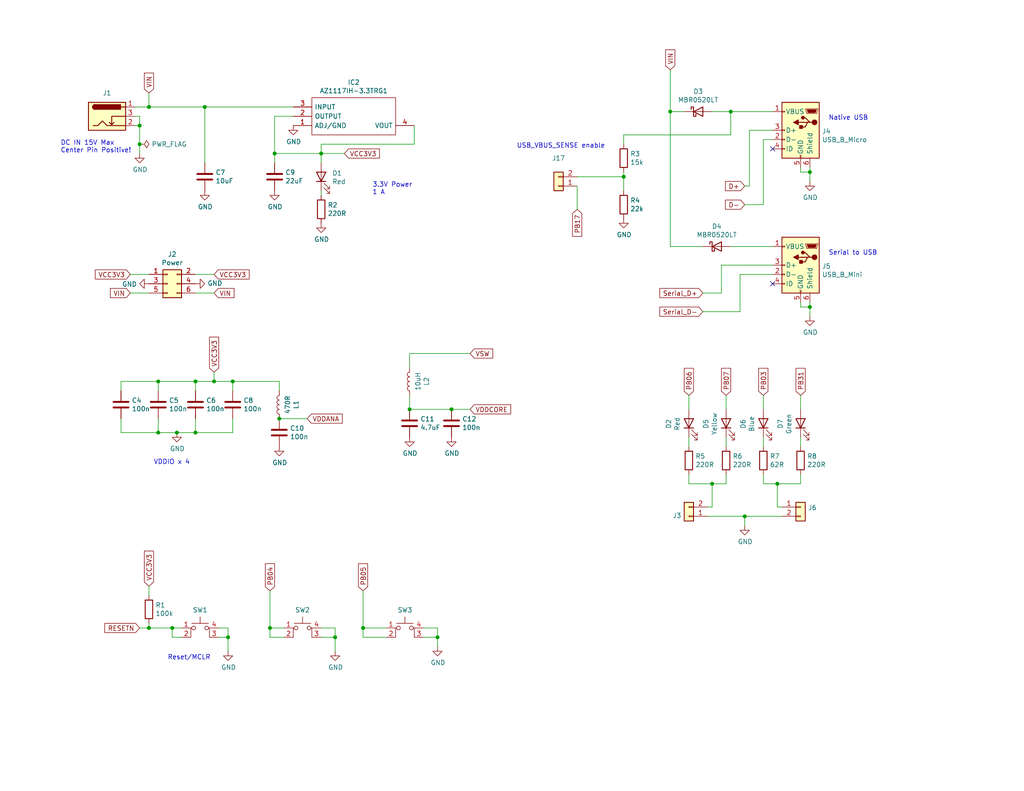
<source format=kicad_sch>
(kicad_sch (version 20211123) (generator eeschema)
  (paper "USLetter")
  (title_block (title "ATSAME51 Demo Board") (date "2021-10-25") (rev "1.0") (company "Quantum Embedded Systems"))
  (lib_symbols
    (symbol "Connector:Barrel_Jack_Switch" (pin_names hide)
      (property "Reference" "J" (at 0 5.334 0))
      (property "Value" "Barrel_Jack_Switch" (at 0 -5.08 0))
      (symbol "Barrel_Jack_Switch_0_1"
        (rectangle (start -5.08 3.81) (end 5.08 -3.81) (stroke (width 0.254)) (fill (type background)))
        (arc (start -3.302 3.175) (mid -3.937 2.54) (end -3.302 1.905) (stroke (width 0.254)))
        (arc (start -3.302 3.175) (mid -3.937 2.54) (end -3.302 1.905) (stroke (width 0.254)) (fill (type outline)))
        (polyline (pts (xy 1.27 -2.286) (xy 1.905 -1.651)) (stroke (width 0.254)))
        (polyline (pts (xy 5.08 2.54) (xy 3.81 2.54)) (stroke (width 0.254)))
        (polyline (pts (xy 5.08 0) (xy 1.27 0) (xy 1.27 -2.286) (xy 0.635 -1.651)) (stroke (width 0.254)))
        (polyline (pts (xy -3.81 -2.54) (xy -2.54 -2.54) (xy -1.27 -1.27) (xy 0 -2.54) (xy 2.54 -2.54) (xy 5.08 -2.54)) (stroke (width 0.254)))
        (rectangle (start 3.683 3.175) (end -3.302 1.905) (stroke (width 0.254)) (fill (type outline)))
      )
      (symbol "Barrel_Jack_Switch_1_1"
        (pin passive line (at 7.62 2.54 180) (length 2.54) (name "~") (number "1"))
        (pin passive line (at 7.62 -2.54 180) (length 2.54) (name "~") (number "2"))
        (pin passive line (at 7.62 0 180) (length 2.54) (name "~") (number "3"))
      )
    )
    (symbol "Connector_Generic:Conn_01x02" (pin_names (offset 1.016) hide)
      (property "Reference" "J" (at 0 2.54 0))
      (property "Value" "Conn_01x02" (at 0 -5.08 0))
      (symbol "Conn_01x02_1_1"
        (rectangle (start -1.27 -2.413) (end 0 -2.667) (stroke (width 0.1524)))
        (rectangle (start -1.27 0.127) (end 0 -0.127) (stroke (width 0.1524)))
        (rectangle (start -1.27 1.27) (end 1.27 -3.81) (stroke (width 0.254)) (fill (type background)))
        (pin passive line (at -5.08 0 0) (length 3.81) (name "Pin_1") (number "1"))
        (pin passive line (at -5.08 -2.54 0) (length 3.81) (name "Pin_2") (number "2"))
      )
    )
    (symbol "Connector_Generic:Conn_02x03_Odd_Even" (pin_names (offset 1.016) hide)
      (property "Reference" "J" (at 1.27 5.08 0))
      (property "Value" "Conn_02x03_Odd_Even" (at 1.27 -5.08 0))
      (symbol "Conn_02x03_Odd_Even_1_1"
        (rectangle (start -1.27 -2.413) (end 0 -2.667) (stroke (width 0.1524)))
        (rectangle (start -1.27 0.127) (end 0 -0.127) (stroke (width 0.1524)))
        (rectangle (start -1.27 2.667) (end 0 2.413) (stroke (width 0.1524)))
        (rectangle (start -1.27 3.81) (end 3.81 -3.81) (stroke (width 0.254)) (fill (type background)))
        (rectangle (start 3.81 -2.413) (end 2.54 -2.667) (stroke (width 0.1524)))
        (rectangle (start 3.81 0.127) (end 2.54 -0.127) (stroke (width 0.1524)))
        (rectangle (start 3.81 2.667) (end 2.54 2.413) (stroke (width 0.1524)))
        (pin passive line (at -5.08 2.54 0) (length 3.81) (name "Pin_1") (number "1"))
        (pin passive line (at 7.62 2.54 180) (length 3.81) (name "Pin_2") (number "2"))
        (pin passive line (at -5.08 0 0) (length 3.81) (name "Pin_3") (number "3"))
        (pin passive line (at 7.62 0 180) (length 3.81) (name "Pin_4") (number "4"))
        (pin passive line (at -5.08 -2.54 0) (length 3.81) (name "Pin_5") (number "5"))
        (pin passive line (at 7.62 -2.54 180) (length 3.81) (name "Pin_6") (number "6"))
      )
    )
    (symbol "Device:C" (pin_numbers hide) (pin_names (offset 0.254))
      (property "Reference" "C" (at 0.635 2.54 0))
      (property "Value" "C" (at 0.635 -2.54 0))
      (symbol "C_0_1"
        (polyline (pts (xy -2.032 -0.762) (xy 2.032 -0.762)) (stroke (width 0.508)))
        (polyline (pts (xy -2.032 0.762) (xy 2.032 0.762)) (stroke (width 0.508)))
      )
      (symbol "C_1_1"
        (pin passive line (at 0 3.81 270) (length 2.794) (name "~") (number "1"))
        (pin passive line (at 0 -3.81 90) (length 2.794) (name "~") (number "2"))
      )
    )
    (symbol "Device:L" (pin_numbers hide) (pin_names (offset 1.016) hide)
      (property "Reference" "L" (at -1.27 0 90))
      (property "Value" "L" (at 1.905 0 90))
      (symbol "L_0_1"
        (arc (start 0 -2.54) (mid 0.635 -1.905) (end 0 -1.27))
        (arc (start 0 -1.27) (mid 0.635 -0.635) (end 0 0))
        (arc (start 0 0) (mid 0.635 0.635) (end 0 1.27))
        (arc (start 0 1.27) (mid 0.635 1.905) (end 0 2.54))
      )
      (symbol "L_1_1"
        (pin passive line (at 0 3.81 270) (length 1.27) (name "1") (number "1"))
        (pin passive line (at 0 -3.81 90) (length 1.27) (name "2") (number "2"))
      )
    )
    (symbol "Device:LED" (pin_numbers hide) (pin_names (offset 1.016) hide)
      (property "Reference" "D" (at 0 2.54 0))
      (property "Value" "LED" (at 0 -2.54 0))
      (symbol "LED_0_1"
        (polyline (pts (xy -1.27 -1.27) (xy -1.27 1.27)) (stroke (width 0.254)))
        (polyline (pts (xy -1.27 0) (xy 1.27 0)))
        (polyline (pts (xy 1.27 -1.27) (xy 1.27 1.27) (xy -1.27 0) (xy 1.27 -1.27)) (stroke (width 0.254)))
        (polyline (pts (xy -3.048 -0.762) (xy -4.572 -2.286) (xy -3.81 -2.286) (xy -4.572 -2.286) (xy -4.572 -1.524)))
        (polyline (pts (xy -1.778 -0.762) (xy -3.302 -2.286) (xy -2.54 -2.286) (xy -3.302 -2.286) (xy -3.302 -1.524)))
      )
      (symbol "LED_1_1"
        (pin passive line (at -3.81 0 0) (length 2.54) (name "K") (number "1"))
        (pin passive line (at 3.81 0 180) (length 2.54) (name "A") (number "2"))
      )
    )
    (symbol "Device:R" (pin_numbers hide) (pin_names (offset 0))
      (property "Reference" "R" (at 2.032 0 90))
      (property "Value" "R" (at 0 0 90))
      (symbol "R_0_1"
        (rectangle (start -1.016 -2.54) (end 1.016 2.54) (stroke (width 0.254)))
      )
      (symbol "R_1_1"
        (pin passive line (at 0 3.81 270) (length 1.27) (name "~") (number "1"))
        (pin passive line (at 0 -3.81 90) (length 1.27) (name "~") (number "2"))
      )
    )
    (symbol "Diode:MBR0520LT" (pin_numbers hide) (pin_names (offset 1.016) hide)
      (property "Reference" "D" (at 0 2.54 0))
      (property "Value" "MBR0520LT" (at 0 -2.54 0))
      (symbol "MBR0520LT_0_1"
        (polyline (pts (xy 1.27 0) (xy -1.27 0)))
        (polyline (pts (xy 1.27 1.27) (xy 1.27 -1.27) (xy -1.27 0) (xy 1.27 1.27)) (stroke (width 0.254)))
        (polyline (pts (xy -1.905 0.635) (xy -1.905 1.27) (xy -1.27 1.27) (xy -1.27 -1.27) (xy -0.635 -1.27) (xy -0.635 -0.635)) (stroke (width 0.254)))
      )
      (symbol "MBR0520LT_1_1"
        (pin passive line (at -3.81 0 0) (length 2.54) (name "K") (number "1"))
        (pin passive line (at 3.81 0 180) (length 2.54) (name "A") (number "2"))
      )
    )
    (symbol "SamacSys_Parts:AZ1117IH-3.3TRG1" (pin_names (offset 0.762))
      (property "Reference" "IC" (at 29.21 7.62 0))
      (property "Value" "AZ1117IH-3.3TRG1" (at 29.21 5.08 0))
      (symbol "AZ1117IH-3.3TRG1_0_0"
        (pin passive line (at 0 0 0) (length 5.08) (name "ADJ/GND") (number "1"))
        (pin passive line (at 0 -2.54 0) (length 5.08) (name "OUTPUT") (number "2"))
        (pin passive line (at 0 -5.08 0) (length 5.08) (name "INPUT") (number "3"))
        (pin passive line (at 33.02 0 180) (length 5.08) (name "VOUT") (number "4"))
      )
      (symbol "AZ1117IH-3.3TRG1_0_1"
        (polyline (pts (xy 5.08 2.54) (xy 27.94 2.54) (xy 27.94 -7.62) (xy 5.08 -7.62) (xy 5.08 2.54)) (stroke (width 0.1524)))
      )
    )
    (symbol "SamacSys_Parts:USB_B_Micro" (pin_names (offset 1.016))
      (property "Reference" "J" (at -5.08 11.43 0))
      (property "Value" "USB_B_Micro" (at -5.08 8.89 0))
      (symbol "USB_B_Micro_0_1"
        (rectangle (start -5.08 -7.62) (end 5.08 7.62) (stroke (width 0.254)) (fill (type background)))
        (circle (center -3.81 2.159) (radius 0.635) (stroke (width 0.254)) (fill (type outline)))
        (circle (center -0.635 3.429) (radius 0.381) (stroke (width 0.254)) (fill (type outline)))
        (rectangle (start -0.127 -7.62) (end 0.127 -6.858))
        (polyline (pts (xy -1.905 2.159) (xy 0.635 2.159)) (stroke (width 0.254)))
        (polyline (pts (xy -3.175 2.159) (xy -2.54 2.159) (xy -1.27 3.429) (xy -0.635 3.429)) (stroke (width 0.254)))
        (polyline (pts (xy -2.54 2.159) (xy -1.905 2.159) (xy -1.27 0.889) (xy 0 0.889)) (stroke (width 0.254)))
        (polyline (pts (xy 0.635 2.794) (xy 0.635 1.524) (xy 1.905 2.159) (xy 0.635 2.794)) (stroke (width 0.254)) (fill (type outline)))
        (polyline (pts (xy -4.318 5.588) (xy -1.778 5.588) (xy -2.032 4.826) (xy -4.064 4.826) (xy -4.318 5.588)) (fill (type outline)))
        (polyline (pts (xy -4.699 5.842) (xy -4.699 5.588) (xy -4.445 4.826) (xy -4.445 4.572) (xy -1.651 4.572) (xy -1.651 4.826) (xy -1.397 5.588) (xy -1.397 5.842) (xy -4.699 5.842)))
        (rectangle (start 0.254 1.27) (end -0.508 0.508) (stroke (width 0.254)) (fill (type outline)))
        (rectangle (start 5.08 -5.207) (end 4.318 -4.953))
        (rectangle (start 5.08 -2.667) (end 4.318 -2.413))
        (rectangle (start 5.08 -0.127) (end 4.318 0.127))
        (rectangle (start 5.08 4.953) (end 4.318 5.207))
      )
      (symbol "USB_B_Micro_1_1"
        (pin passive line (at 7.62 5.08 180) (length 2.54) (name "VBUS") (number "1"))
        (pin bidirectional line (at 7.62 -2.54 180) (length 2.54) (name "D-") (number "2"))
        (pin bidirectional line (at 7.62 0 180) (length 2.54) (name "D+") (number "3"))
        (pin passive line (at 7.62 -5.08 180) (length 2.54) (name "ID") (number "4"))
        (pin passive line (at 0 -10.16 90) (length 2.54) (name "GND") (number "5"))
        (pin passive line (at -2.54 -10.16 90) (length 2.54) (name "Shield") (number "6"))
      )
    )
    (symbol "SamacSys_Parts:USB_B_Mini" (pin_names (offset 1.016))
      (property "Reference" "J" (at -5.08 11.43 0))
      (property "Value" "USB_B_Mini" (at -5.08 8.89 0))
      (symbol "USB_B_Mini_0_1"
        (rectangle (start -5.08 -7.62) (end 5.08 7.62) (stroke (width 0.254)) (fill (type background)))
        (circle (center -3.81 2.159) (radius 0.635) (stroke (width 0.254)) (fill (type outline)))
        (circle (center -0.635 3.429) (radius 0.381) (stroke (width 0.254)) (fill (type outline)))
        (rectangle (start -0.127 -7.62) (end 0.127 -6.858))
        (polyline (pts (xy -1.905 2.159) (xy 0.635 2.159)) (stroke (width 0.254)))
        (polyline (pts (xy -3.175 2.159) (xy -2.54 2.159) (xy -1.27 3.429) (xy -0.635 3.429)) (stroke (width 0.254)))
        (polyline (pts (xy -2.54 2.159) (xy -1.905 2.159) (xy -1.27 0.889) (xy 0 0.889)) (stroke (width 0.254)))
        (polyline (pts (xy 0.635 2.794) (xy 0.635 1.524) (xy 1.905 2.159) (xy 0.635 2.794)) (stroke (width 0.254)) (fill (type outline)))
        (polyline (pts (xy -4.318 5.588) (xy -1.778 5.588) (xy -2.032 4.826) (xy -4.064 4.826) (xy -4.318 5.588)) (fill (type outline)))
        (polyline (pts (xy -4.699 5.842) (xy -4.699 5.588) (xy -4.445 4.826) (xy -4.445 4.572) (xy -1.651 4.572) (xy -1.651 4.826) (xy -1.397 5.588) (xy -1.397 5.842) (xy -4.699 5.842)))
        (rectangle (start 0.254 1.27) (end -0.508 0.508) (stroke (width 0.254)) (fill (type outline)))
        (rectangle (start 5.08 -5.207) (end 4.318 -4.953))
        (rectangle (start 5.08 -2.667) (end 4.318 -2.413))
        (rectangle (start 5.08 -0.127) (end 4.318 0.127))
        (rectangle (start 5.08 4.953) (end 4.318 5.207))
      )
      (symbol "USB_B_Mini_1_1"
        (pin passive line (at 7.62 5.08 180) (length 2.54) (name "VBUS") (number "1"))
        (pin bidirectional line (at 7.62 -2.54 180) (length 2.54) (name "D-") (number "2"))
        (pin bidirectional line (at 7.62 0 180) (length 2.54) (name "D+") (number "3"))
        (pin passive line (at 7.62 -5.08 180) (length 2.54) (name "ID") (number "4"))
        (pin passive line (at 0 -10.16 90) (length 2.54) (name "GND") (number "5"))
        (pin passive line (at -2.54 -10.16 90) (length 2.54) (name "Shield") (number "6"))
      )
    )
    (symbol "Switch:SW_MEC_5E" (pin_names (offset 1.016) hide)
      (property "Reference" "SW" (at 0.635 5.715 0))
      (property "Value" "SW_MEC_5E" (at 0 -3.175 0))
      (symbol "SW_MEC_5E_0_1"
        (circle (center -1.778 2.54) (radius 0.508))
        (polyline (pts (xy -2.286 3.81) (xy 2.286 3.81)))
        (polyline (pts (xy 0 3.81) (xy 0 5.588)))
        (polyline (pts (xy -2.54 0) (xy -2.54 2.54) (xy -2.286 2.54)))
        (polyline (pts (xy 2.54 0) (xy 2.54 2.54) (xy 2.286 2.54)))
        (circle (center 1.778 2.54) (radius 0.508))
        (pin passive line (at -5.08 2.54 0) (length 2.54) (name "1") (number "1"))
        (pin passive line (at -5.08 0 0) (length 2.54) (name "2") (number "2"))
        (pin passive line (at 5.08 0 180) (length 2.54) (name "K") (number "3"))
        (pin passive line (at 5.08 2.54 180) (length 2.54) (name "A") (number "4"))
      )
    )
    (symbol "power:GND" (power) (pin_names (offset 0))
      (property "Value" "GND" (at 0 -3.81 0))
      (symbol "GND_0_1"
        (polyline (pts (xy 0 0) (xy 0 -1.27) (xy 1.27 -1.27) (xy 0 -2.54) (xy -1.27 -1.27) (xy 0 -1.27)))
      )
      (symbol "GND_1_1"
        (pin power_in line (at 0 0 270) (length 0) hide (name "GND") (number "1"))
      )
    )
    (symbol "power:PWR_FLAG" (power) (pin_numbers hide) (pin_names (offset 0) hide)
      (property "Value" "PWR_FLAG" (at 0 3.81 0))
      (symbol "PWR_FLAG_0_0"
        (pin power_out line (at 0 0 90) (length 0) (name "pwr") (number "1"))
      )
      (symbol "PWR_FLAG_0_1"
        (polyline (pts (xy 0 0) (xy 0 1.27) (xy -1.016 1.905) (xy 0 2.54) (xy 1.016 1.905) (xy 0 1.27)))
      )
    )
  )
  (junction (at 199.39 30.48))
  (junction (at 99.06 171.45))
  (junction (at 220.98 46.99))
  (junction (at 46.99 171.45))
  (junction (at 74.93 41.91))
  (junction (at 53.34 104.14))
  (junction (at 43.18 104.14))
  (junction (at 63.5 104.14))
  (junction (at 73.66 171.45))
  (junction (at 182.88 30.48))
  (junction (at 43.18 118.11))
  (junction (at 40.64 29.21))
  (junction (at 212.09 132.08))
  (junction (at 220.98 83.82))
  (junction (at 58.42 104.14))
  (junction (at 170.18 48.26))
  (junction (at 55.88 29.21))
  (junction (at 91.44 173.99))
  (junction (at 62.23 173.99))
  (junction (at 123.19 111.76))
  (junction (at 203.2 140.97))
  (junction (at 76.2 114.3))
  (junction (at 38.1 34.29))
  (junction (at 111.76 111.76))
  (junction (at 38.1 39.37))
  (junction (at 53.34 118.11))
  (junction (at 48.26 118.11))
  (junction (at 87.63 41.91))
  (junction (at 194.31 132.08))
  (junction (at 119.38 173.99))
  (junction (at 40.64 171.45))
  (no_connect (at 210.82 40.64))
  (no_connect (at 210.82 77.47))
  (wire (pts (xy 111.76 96.52) (xy 111.76 100.33)))
  (wire (pts (xy 170.18 46.99) (xy 170.18 48.26)))
  (wire (pts (xy 157.48 48.26) (xy 170.18 48.26)))
  (wire (pts (xy 208.28 38.1) (xy 210.82 38.1)))
  (wire (pts (xy 220.98 45.72) (xy 220.98 46.99)))
  (wire (pts (xy 182.88 19.05) (xy 182.88 30.48)))
  (wire (pts (xy 87.63 41.91) (xy 93.98 41.91)))
  (wire (pts (xy 49.53 173.99) (xy 46.99 173.99)))
  (wire (pts (xy 73.66 171.45) (xy 73.66 161.29)))
  (wire (pts (xy 111.76 107.95) (xy 111.76 111.76)))
  (wire (pts (xy 59.69 173.99) (xy 62.23 173.99)))
  (wire (pts (xy 62.23 171.45) (xy 62.23 173.99)))
  (wire (pts (xy 87.63 171.45) (xy 91.44 171.45)))
  (wire (pts (xy 111.76 111.76) (xy 123.19 111.76)))
  (wire (pts (xy 55.88 29.21) (xy 80.01 29.21)))
  (wire (pts (xy 208.28 121.92) (xy 208.28 119.38)))
  (wire (pts (xy 208.28 55.88) (xy 208.28 38.1)))
  (wire (pts (xy 38.1 39.37) (xy 38.1 34.29)))
  (wire (pts (xy 33.02 118.11) (xy 43.18 118.11)))
  (wire (pts (xy 198.12 121.92) (xy 198.12 119.38)))
  (wire (pts (xy 204.47 50.8) (xy 203.2 50.8)))
  (wire (pts (xy 40.64 171.45) (xy 40.64 170.18)))
  (wire (pts (xy 218.44 83.82) (xy 220.98 83.82)))
  (wire (pts (xy 194.31 132.08) (xy 198.12 132.08)))
  (wire (pts (xy 33.02 114.3) (xy 33.02 118.11)))
  (wire (pts (xy 186.69 30.48) (xy 182.88 30.48)))
  (wire (pts (xy 83.82 114.3) (xy 76.2 114.3)))
  (wire (pts (xy 196.85 80.01) (xy 196.85 72.39)))
  (wire (pts (xy 87.63 44.45) (xy 87.63 41.91)))
  (wire (pts (xy 115.57 173.99) (xy 119.38 173.99)))
  (wire (pts (xy 218.44 45.72) (xy 218.44 46.99)))
  (wire (pts (xy 187.96 111.76) (xy 187.96 107.95)))
  (wire (pts (xy 36.83 34.29) (xy 38.1 34.29)))
  (wire (pts (xy 182.88 30.48) (xy 182.88 67.31)))
  (wire (pts (xy 218.44 132.08) (xy 218.44 129.54)))
  (wire (pts (xy 77.47 173.99) (xy 73.66 173.99)))
  (wire (pts (xy 208.28 111.76) (xy 208.28 107.95)))
  (wire (pts (xy 87.63 39.37) (xy 87.63 41.91)))
  (wire (pts (xy 199.39 30.48) (xy 210.82 30.48)))
  (wire (pts (xy 33.02 104.14) (xy 43.18 104.14)))
  (wire (pts (xy 170.18 48.26) (xy 170.18 52.07)))
  (wire (pts (xy 58.42 74.93) (xy 53.34 74.93)))
  (wire (pts (xy 58.42 101.6) (xy 58.42 104.14)))
  (wire (pts (xy 220.98 82.55) (xy 220.98 83.82)))
  (wire (pts (xy 128.27 96.52) (xy 111.76 96.52)))
  (wire (pts (xy 203.2 140.97) (xy 213.36 140.97)))
  (wire (pts (xy 203.2 140.97) (xy 203.2 143.51)))
  (wire (pts (xy 43.18 106.68) (xy 43.18 104.14)))
  (wire (pts (xy 182.88 67.31) (xy 191.77 67.31)))
  (wire (pts (xy 99.06 173.99) (xy 99.06 171.45)))
  (wire (pts (xy 170.18 39.37) (xy 170.18 36.83)))
  (wire (pts (xy 212.09 138.43) (xy 212.09 132.08)))
  (wire (pts (xy 204.47 35.56) (xy 210.82 35.56)))
  (wire (pts (xy 43.18 114.3) (xy 43.18 118.11)))
  (wire (pts (xy 194.31 138.43) (xy 194.31 132.08)))
  (wire (pts (xy 193.04 138.43) (xy 194.31 138.43)))
  (wire (pts (xy 99.06 171.45) (xy 99.06 161.29)))
  (wire (pts (xy 36.83 29.21) (xy 40.64 29.21)))
  (wire (pts (xy 198.12 111.76) (xy 198.12 107.95)))
  (wire (pts (xy 212.09 132.08) (xy 218.44 132.08)))
  (wire (pts (xy 193.04 140.97) (xy 203.2 140.97)))
  (wire (pts (xy 80.01 31.75) (xy 74.93 31.75)))
  (wire (pts (xy 35.56 74.93) (xy 40.64 74.93)))
  (wire (pts (xy 213.36 138.43) (xy 212.09 138.43)))
  (wire (pts (xy 53.34 106.68) (xy 53.34 104.14)))
  (wire (pts (xy 119.38 173.99) (xy 119.38 176.53)))
  (wire (pts (xy 55.88 44.45) (xy 55.88 29.21)))
  (wire (pts (xy 46.99 173.99) (xy 46.99 171.45)))
  (wire (pts (xy 46.99 171.45) (xy 40.64 171.45)))
  (wire (pts (xy 87.63 173.99) (xy 91.44 173.99)))
  (wire (pts (xy 187.96 132.08) (xy 194.31 132.08)))
  (wire (pts (xy 199.39 67.31) (xy 210.82 67.31)))
  (wire (pts (xy 53.34 118.11) (xy 63.5 118.11)))
  (wire (pts (xy 49.53 171.45) (xy 46.99 171.45)))
  (wire (pts (xy 63.5 114.3) (xy 63.5 118.11)))
  (wire (pts (xy 115.57 171.45) (xy 119.38 171.45)))
  (wire (pts (xy 113.03 34.29) (xy 113.03 39.37)))
  (wire (pts (xy 91.44 173.99) (xy 91.44 177.8)))
  (wire (pts (xy 74.93 44.45) (xy 74.93 41.91)))
  (wire (pts (xy 63.5 104.14) (xy 76.2 104.14)))
  (wire (pts (xy 40.64 171.45) (xy 38.1 171.45)))
  (wire (pts (xy 220.98 46.99) (xy 220.98 49.53)))
  (wire (pts (xy 204.47 50.8) (xy 204.47 35.56)))
  (wire (pts (xy 74.93 41.91) (xy 87.63 41.91)))
  (wire (pts (xy 196.85 72.39) (xy 210.82 72.39)))
  (wire (pts (xy 113.03 39.37) (xy 87.63 39.37)))
  (wire (pts (xy 198.12 132.08) (xy 198.12 129.54)))
  (wire (pts (xy 105.41 171.45) (xy 99.06 171.45)))
  (wire (pts (xy 58.42 80.01) (xy 53.34 80.01)))
  (wire (pts (xy 48.26 118.11) (xy 53.34 118.11)))
  (wire (pts (xy 201.93 74.93) (xy 210.82 74.93)))
  (wire (pts (xy 187.96 129.54) (xy 187.96 132.08)))
  (wire (pts (xy 218.44 46.99) (xy 220.98 46.99)))
  (wire (pts (xy 157.48 57.15) (xy 157.48 50.8)))
  (wire (pts (xy 74.93 31.75) (xy 74.93 41.91)))
  (wire (pts (xy 105.41 173.99) (xy 99.06 173.99)))
  (wire (pts (xy 73.66 173.99) (xy 73.66 171.45)))
  (wire (pts (xy 53.34 114.3) (xy 53.34 118.11)))
  (wire (pts (xy 170.18 36.83) (xy 199.39 36.83)))
  (wire (pts (xy 87.63 53.34) (xy 87.63 52.07)))
  (wire (pts (xy 53.34 104.14) (xy 58.42 104.14)))
  (wire (pts (xy 58.42 104.14) (xy 63.5 104.14)))
  (wire (pts (xy 38.1 41.91) (xy 38.1 39.37)))
  (wire (pts (xy 62.23 173.99) (xy 62.23 177.8)))
  (wire (pts (xy 123.19 111.76) (xy 128.27 111.76)))
  (wire (pts (xy 63.5 106.68) (xy 63.5 104.14)))
  (wire (pts (xy 191.77 85.09) (xy 201.93 85.09)))
  (wire (pts (xy 35.56 80.01) (xy 40.64 80.01)))
  (wire (pts (xy 43.18 118.11) (xy 48.26 118.11)))
  (wire (pts (xy 40.64 25.4) (xy 40.64 29.21)))
  (wire (pts (xy 203.2 55.88) (xy 208.28 55.88)))
  (wire (pts (xy 220.98 83.82) (xy 220.98 86.36)))
  (wire (pts (xy 59.69 171.45) (xy 62.23 171.45)))
  (wire (pts (xy 91.44 171.45) (xy 91.44 173.99)))
  (wire (pts (xy 187.96 121.92) (xy 187.96 119.38)))
  (wire (pts (xy 40.64 29.21) (xy 55.88 29.21)))
  (wire (pts (xy 38.1 34.29) (xy 38.1 31.75)))
  (wire (pts (xy 208.28 132.08) (xy 212.09 132.08)))
  (wire (pts (xy 43.18 104.14) (xy 53.34 104.14)))
  (wire (pts (xy 218.44 111.76) (xy 218.44 107.95)))
  (wire (pts (xy 208.28 129.54) (xy 208.28 132.08)))
  (wire (pts (xy 40.64 160.02) (xy 40.64 162.56)))
  (wire (pts (xy 119.38 171.45) (xy 119.38 173.99)))
  (wire (pts (xy 191.77 80.01) (xy 196.85 80.01)))
  (wire (pts (xy 38.1 31.75) (xy 36.83 31.75)))
  (wire (pts (xy 194.31 30.48) (xy 199.39 30.48)))
  (wire (pts (xy 77.47 171.45) (xy 73.66 171.45)))
  (wire (pts (xy 218.44 121.92) (xy 218.44 119.38)))
  (wire (pts (xy 76.2 104.14) (xy 76.2 106.68)))
  (wire (pts (xy 201.93 85.09) (xy 201.93 74.93)))
  (wire (pts (xy 199.39 36.83) (xy 199.39 30.48)))
  (wire (pts (xy 33.02 106.68) (xy 33.02 104.14)))
  (wire (pts (xy 218.44 82.55) (xy 218.44 83.82)))
  (text "Serial to USB" (at 226.06 69.85 0) (effects (font (size 1.27 1.27)) (justify left bottom)))
  (text "USB_VBUS_SENSE enable" (at 140.97 40.64 0) (effects (font (size 1.27 1.27)) (justify left bottom)))
  (text "VDDIO x 4" (at 41.91 127 0) (effects (font (size 1.27 1.27)) (justify left bottom)))
  (text "DC IN 15V Max\nCenter Pin Positive!" (at 16.51 41.91 0) (effects (font (size 1.27 1.27)) (justify left bottom)))
  (text "Native USB" (at 226.06 33.02 0) (effects (font (size 1.27 1.27)) (justify left bottom)))
  (text "3.3V Power\n1 A" (at 101.6 53.34 0) (effects (font (size 1.27 1.27)) (justify left bottom)))
  (text "Reset/MCLR" (at 45.72 180.34 0) (effects (font (size 1.27 1.27)) (justify left bottom)))
  (global_label "VCC3V3" (shape input) (at 93.98 41.91 0) (property "Intersheet References" "${INTERSHEET_REFS}" (effects hide)))
  (global_label "PB04" (shape input) (at 73.66 161.29 90) (property "Intersheet References" "${INTERSHEET_REFS}" (effects hide)))
  (global_label "D+" (shape input) (at 203.2 50.8 180) (property "Intersheet References" "${INTERSHEET_REFS}" (effects hide)))
  (global_label "Serial_D-" (shape input) (at 191.77 85.09 180) (property "Intersheet References" "${INTERSHEET_REFS}" (effects hide)))
  (global_label "VSW" (shape input) (at 128.27 96.52 0) (property "Intersheet References" "${INTERSHEET_REFS}" (effects hide)))
  (global_label "PB31" (shape input) (at 218.44 107.95 90) (property "Intersheet References" "${INTERSHEET_REFS}" (effects hide)))
  (global_label "VIN" (shape input) (at 182.88 19.05 90) (property "Intersheet References" "${INTERSHEET_REFS}" (effects hide)))
  (global_label "VIN" (shape input) (at 40.64 25.4 90) (property "Intersheet References" "${INTERSHEET_REFS}" (effects hide)))
  (global_label "VIN" (shape input) (at 35.56 80.01 180) (property "Intersheet References" "${INTERSHEET_REFS}" (effects hide)))
  (global_label "VCC3V3" (shape input) (at 40.64 160.02 90) (property "Intersheet References" "${INTERSHEET_REFS}" (effects hide)))
  (global_label "PB17" (shape input) (at 157.48 57.15 270) (property "Intersheet References" "${INTERSHEET_REFS}" (effects hide)))
  (global_label "Serial_D+" (shape input) (at 191.77 80.01 180) (property "Intersheet References" "${INTERSHEET_REFS}" (effects hide)))
  (global_label "VCC3V3" (shape input) (at 35.56 74.93 180) (property "Intersheet References" "${INTERSHEET_REFS}" (effects hide)))
  (global_label "VDDCORE" (shape input) (at 128.27 111.76 0) (property "Intersheet References" "${INTERSHEET_REFS}" (effects hide)))
  (global_label "VIN" (shape input) (at 58.42 80.01 0) (property "Intersheet References" "${INTERSHEET_REFS}" (effects hide)))
  (global_label "PB07" (shape input) (at 198.12 107.95 90) (property "Intersheet References" "${INTERSHEET_REFS}" (effects hide)))
  (global_label "RESETN" (shape input) (at 38.1 171.45 180) (property "Intersheet References" "${INTERSHEET_REFS}" (effects hide)))
  (global_label "VDDANA" (shape input) (at 83.82 114.3 0) (property "Intersheet References" "${INTERSHEET_REFS}" (effects hide)))
  (global_label "PB05" (shape input) (at 99.06 161.29 90) (property "Intersheet References" "${INTERSHEET_REFS}" (effects hide)))
  (global_label "VCC3V3" (shape input) (at 58.42 101.6 90) (property "Intersheet References" "${INTERSHEET_REFS}" (effects hide)))
  (global_label "PB03" (shape input) (at 208.28 107.95 90) (property "Intersheet References" "${INTERSHEET_REFS}" (effects hide)))
  (global_label "VCC3V3" (shape input) (at 58.42 74.93 0) (property "Intersheet References" "${INTERSHEET_REFS}" (effects hide)))
  (global_label "D-" (shape input) (at 203.2 55.88 180) (property "Intersheet References" "${INTERSHEET_REFS}" (effects hide)))
  (global_label "PB06" (shape input) (at 187.96 107.95 90) (property "Intersheet References" "${INTERSHEET_REFS}" (effects hide)))
  (symbol (lib_id "Device:C") (at 55.88 48.26 0) (unit 1)
    (property "Reference" "C7" (at 58.801 47.0916 0) (effects (justify left)))
    (property "Value" "10uF" (at 58.801 49.403 0) (effects (justify left)))
    (property "Footprint" "Capacitor_SMD:C_0805_2012Metric" (effects hide))
  )
  (symbol (lib_id "Device:C") (at 74.93 48.26 0) (unit 1)
    (property "Reference" "C9" (at 77.851 47.0916 0) (effects (justify left)))
    (property "Value" "22uF" (at 77.851 49.403 0) (effects (justify left)))
    (property "Footprint" "Capacitor_SMD:C_0603_1608Metric" (effects hide))
  )
  (symbol (lib_id "power:GND") (at 74.93 52.07 0) (unit 1)
    (property "Reference" "#PWR016" (effects hide))
    (property "Value" "GND" (at 75.057 56.4642 0))
  )
  (symbol (lib_id "power:GND") (at 55.88 52.07 0) (unit 1)
    (property "Reference" "#PWR014" (effects hide))
    (property "Value" "GND" (at 56.007 56.4642 0))
  )
  (symbol (lib_id "Connector:Barrel_Jack_Switch") (at 29.21 31.75 0) (unit 1)
    (property "Reference" "J1" (at 29.21 25.4 0))
    (property "Value" "Barrel_Jack_Switch" (effects hide))
    (property "Footprint" "Connector_BarrelJack:BarrelJack_Wuerth_6941xx301002" (effects hide))
  )
  (symbol (lib_id "Device:C") (at 33.02 110.49 0) (unit 1)
    (property "Reference" "C4" (at 35.941 109.3216 0) (effects (justify left)))
    (property "Value" "100n" (at 35.941 111.633 0) (effects (justify left)))
    (property "Footprint" "Capacitor_SMD:C_0402_1005Metric" (effects hide))
  )
  (symbol (lib_id "Device:C") (at 43.18 110.49 0) (unit 1)
    (property "Reference" "C5" (at 46.101 109.3216 0) (effects (justify left)))
    (property "Value" "100n" (at 46.101 111.633 0) (effects (justify left)))
    (property "Footprint" "Capacitor_SMD:C_0402_1005Metric" (effects hide))
  )
  (symbol (lib_id "Device:C") (at 53.34 110.49 0) (unit 1)
    (property "Reference" "C6" (at 56.261 109.3216 0) (effects (justify left)))
    (property "Value" "100n" (at 56.261 111.633 0) (effects (justify left)))
    (property "Footprint" "Capacitor_SMD:C_0402_1005Metric" (effects hide))
  )
  (symbol (lib_id "Device:C") (at 63.5 110.49 0) (unit 1)
    (property "Reference" "C8" (at 66.421 109.3216 0) (effects (justify left)))
    (property "Value" "100n" (at 66.421 111.633 0) (effects (justify left)))
    (property "Footprint" "Capacitor_SMD:C_0402_1005Metric" (effects hide))
  )
  (symbol (lib_id "power:GND") (at 38.1 41.91 0) (unit 1)
    (property "Reference" "#PWR010" (effects hide))
    (property "Value" "GND" (at 38.227 46.3042 0))
  )
  (symbol (lib_id "power:GND") (at 220.98 49.53 0) (unit 1)
    (property "Reference" "#PWR026" (effects hide))
    (property "Value" "GND" (at 221.107 53.9242 0))
  )
  (symbol (lib_id "power:GND") (at 220.98 86.36 0) (unit 1)
    (property "Reference" "#PWR027" (effects hide))
    (property "Value" "GND" (at 221.107 90.7542 0))
  )
  (symbol (lib_id "power:GND") (at 80.01 34.29 0) (unit 1)
    (property "Reference" "#PWR018" (effects hide))
    (property "Value" "GND" (at 80.137 38.6842 0))
  )
  (symbol (lib_id "power:GND") (at 48.26 118.11 0) (unit 1)
    (property "Reference" "#PWR012" (effects hide))
    (property "Value" "GND" (at 48.387 122.5042 0))
  )
  (symbol (lib_id "Device:C") (at 111.76 115.57 0) (unit 1)
    (property "Reference" "C11" (at 114.681 114.4016 0) (effects (justify left)))
    (property "Value" "4.7uF" (at 114.681 116.713 0) (effects (justify left)))
    (property "Footprint" "Capacitor_SMD:C_0603_1608Metric" (effects hide))
  )
  (symbol (lib_id "Device:L") (at 111.76 104.14 180) (unit 1)
    (property "Reference" "L2" (at 116.3574 104.14 90))
    (property "Value" "10uH" (at 114.046 104.14 90))
    (property "Footprint" "Inductor_SMD:L_0603_1608Metric" (effects hide))
  )
  (symbol (lib_id "power:GND") (at 111.76 119.38 0) (unit 1)
    (property "Reference" "#PWR021" (effects hide))
    (property "Value" "GND" (at 111.887 123.7742 0))
  )
  (symbol (lib_id "Device:LED") (at 87.63 48.26 90) (unit 1)
    (property "Reference" "D1" (at 90.6272 47.2694 90) (effects (justify right)))
    (property "Value" "Red" (at 90.6272 49.5808 90) (effects (justify right)))
    (property "Footprint" "LED_SMD:LED_0603_1608Metric" (effects hide))
  )
  (symbol (lib_id "Device:R") (at 87.63 57.15 0) (unit 1)
    (property "Reference" "R2" (at 89.408 55.9816 0) (effects (justify left)))
    (property "Value" "220R" (at 89.408 58.293 0) (effects (justify left)))
    (property "Footprint" "Resistor_SMD:R_0603_1608Metric" (effects hide))
  )
  (symbol (lib_id "Diode:MBR0520LT") (at 190.5 30.48 0) (unit 1)
    (property "Reference" "D3" (at 190.5 24.9682 0))
    (property "Value" "MBR0520LT" (at 190.5 27.2796 0))
    (property "Footprint" "Diode_SMD:D_SOD-123" (effects hide))
    (property "Datasheet" "http://www.onsemi.com/pub_link/Collateral/MBR0520LT1-D.PDF" (effects hide))
  )
  (symbol (lib_id "Diode:MBR0520LT") (at 195.58 67.31 0) (unit 1)
    (property "Reference" "D4" (at 195.58 61.7982 0))
    (property "Value" "MBR0520LT" (at 195.58 64.1096 0))
    (property "Footprint" "Diode_SMD:D_SOD-123" (effects hide))
    (property "Datasheet" "http://www.onsemi.com/pub_link/Collateral/MBR0520LT1-D.PDF" (effects hide))
  )
  (symbol (lib_id "power:GND") (at 87.63 60.96 0) (unit 1)
    (property "Reference" "#PWR019" (effects hide))
    (property "Value" "GND" (at 87.757 65.3542 0))
  )
  (symbol (lib_id "Device:C") (at 76.2 118.11 0) (unit 1)
    (property "Reference" "C10" (at 79.121 116.9416 0) (effects (justify left)))
    (property "Value" "100n" (at 79.121 119.253 0) (effects (justify left)))
    (property "Footprint" "Capacitor_SMD:C_0402_1005Metric" (effects hide))
  )
  (symbol (lib_id "Device:L") (at 76.2 110.49 180) (unit 1)
    (property "Reference" "L1" (at 80.7974 110.49 90))
    (property "Value" "470R" (at 78.486 110.49 90))
    (property "Footprint" "Inductor_SMD:L_0603_1608Metric" (effects hide))
  )
  (symbol (lib_id "power:GND") (at 76.2 121.92 0) (unit 1)
    (property "Reference" "#PWR017" (effects hide))
    (property "Value" "GND" (at 76.327 126.3142 0))
  )
  (symbol (lib_id "SamacSys_Parts:USB_B_Micro") (at 218.44 35.56 0) (mirror y) (unit 1)
    (property "Reference" "J4" (at 224.282 35.8394 0) (effects (justify right)))
    (property "Value" "USB_B_Micro" (at 224.282 38.1508 0) (effects (justify right)))
    (property "Footprint" "Connector_USB:USB_Micro-B_Amphenol_10104110_Horizontal" (effects hide))
  )
  (symbol (lib_id "SamacSys_Parts:USB_B_Mini") (at 218.44 72.39 0) (mirror y) (unit 1)
    (property "Reference" "J5" (at 224.282 72.6694 0) (effects (justify right)))
    (property "Value" "USB_B_Mini" (at 224.282 74.9808 0) (effects (justify right)))
    (property "Footprint" "Connector_USB:USB_Mini-B_Wuerth_65100516121_Horizontal" (effects hide))
  )
  (symbol (lib_id "power:PWR_FLAG") (at 38.1 39.37 270) (unit 1)
    (property "Reference" "#FLG01" (effects hide))
    (property "Value" "PWR_FLAG" (at 41.3512 39.37 90) (effects (justify left)))
  )
  (symbol (lib_id "Device:C") (at 123.19 115.57 0) (unit 1)
    (property "Reference" "C12" (at 126.111 114.4016 0) (effects (justify left)))
    (property "Value" "100n" (at 126.111 116.713 0) (effects (justify left)))
    (property "Footprint" "Capacitor_SMD:C_0402_1005Metric" (effects hide))
  )
  (symbol (lib_id "power:GND") (at 123.19 119.38 0) (unit 1)
    (property "Reference" "#PWR023" (effects hide))
    (property "Value" "GND" (at 123.317 123.7742 0))
  )
  (symbol (lib_id "SamacSys_Parts:AZ1117IH-3.3TRG1") (at 80.01 34.29 0) (mirror x) (unit 1)
    (property "Reference" "IC2" (at 96.52 22.479 0))
    (property "Value" "AZ1117IH-3.3TRG1" (at 96.52 24.7904 0))
    (property "Footprint" "SamacSys_Parts:SOT230P700X180-4N" (effects hide))
    (property "Description" "LDO Voltage Regulators LDO BJT HiCurr 1.35A 10Hz to 10KHz" (effects hide))
    (property "Height" "1.8" (effects hide))
    (property "Mouser Part Number" "621-AZ1117IH-3.3TRG1" (effects hide))
    (property "Mouser Price/Stock" "https://www.mouser.co.uk/ProductDetail/Diodes-Incorporated/AZ1117IH-33TRG1?qs=cpo3%2FpBou2jnS4SxLgAVoA%3D%3D" (effects hide))
    (property "Manufacturer_Name" "Diodes Inc." (effects hide))
    (property "Manufacturer_Part_Number" "AZ1117IH-3.3TRG1" (effects hide))
  )
  (symbol (lib_id "Switch:SW_MEC_5E") (at 54.61 173.99 0)
    (property "Reference" "SW1" (at 54.61 166.5478 0))
    (property "Value" "SW_MEC_5E" (effects hide))
    (property "Footprint" "SamacSys_Parts:PTS647SK38SMTR2LFS" (effects hide))
    (property "Datasheet" "http://www.apem.com/int/index.php?controller=attachment&id_attachment=1371" (effects hide))
  )
  (symbol (lib_id "Switch:SW_MEC_5E") (at 82.55 173.99 0)
    (property "Reference" "SW2" (at 82.55 166.5478 0))
    (property "Value" "SW_MEC_5E" (effects hide))
    (property "Footprint" "SamacSys_Parts:FSM16JH" (effects hide))
    (property "Datasheet" "http://www.apem.com/int/index.php?controller=attachment&id_attachment=1371" (effects hide))
  )
  (symbol (lib_id "Switch:SW_MEC_5E") (at 110.49 173.99 0)
    (property "Reference" "SW3" (at 110.49 166.5478 0))
    (property "Value" "SW_MEC_5E" (effects hide))
    (property "Footprint" "SamacSys_Parts:FSM16JH" (effects hide))
    (property "Datasheet" "http://www.apem.com/int/index.php?controller=attachment&id_attachment=1371" (effects hide))
  )
  (symbol (lib_id "Device:LED") (at 187.96 115.57 90)
    (property "Reference" "D2" (at 182.4482 115.7478 0))
    (property "Value" "Red" (at 184.7596 115.7478 0))
    (property "Footprint" "LED_SMD:LED_0805_2012Metric" (effects hide))
  )
  (symbol (lib_id "Device:LED") (at 198.12 115.57 90)
    (property "Reference" "D5" (at 192.6082 115.7478 0))
    (property "Value" "Yellow" (at 194.9196 115.7478 0))
    (property "Footprint" "LED_SMD:LED_0805_2012Metric" (effects hide))
  )
  (symbol (lib_id "Device:LED") (at 208.28 115.57 90)
    (property "Reference" "D6" (at 202.7682 115.7478 0))
    (property "Value" "Blue" (at 205.0796 115.7478 0))
    (property "Footprint" "LED_SMD:LED_0805_2012Metric" (effects hide))
  )
  (symbol (lib_id "Device:LED") (at 218.44 115.57 90)
    (property "Reference" "D7" (at 212.9282 115.7478 0))
    (property "Value" "Green" (at 215.2396 115.7478 0))
    (property "Footprint" "LED_SMD:LED_0805_2012Metric" (effects hide))
  )
  (symbol (lib_id "Device:R") (at 187.96 125.73 0)
    (property "Reference" "R5" (at 189.738 124.5616 0) (effects (justify left)))
    (property "Value" "220R" (at 189.738 126.873 0) (effects (justify left)))
    (property "Footprint" "Resistor_SMD:R_0603_1608Metric" (effects hide))
  )
  (symbol (lib_id "Device:R") (at 198.12 125.73 0)
    (property "Reference" "R6" (at 199.898 124.5616 0) (effects (justify left)))
    (property "Value" "220R" (at 199.898 126.873 0) (effects (justify left)))
    (property "Footprint" "Resistor_SMD:R_0603_1608Metric" (effects hide))
  )
  (symbol (lib_id "Device:R") (at 208.28 125.73 0)
    (property "Reference" "R7" (at 210.058 124.5616 0) (effects (justify left)))
    (property "Value" "62R" (at 210.058 126.873 0) (effects (justify left)))
    (property "Footprint" "Resistor_SMD:R_0603_1608Metric" (effects hide))
  )
  (symbol (lib_id "Device:R") (at 218.44 125.73 0)
    (property "Reference" "R8" (at 220.218 124.5616 0) (effects (justify left)))
    (property "Value" "220R" (at 220.218 126.873 0) (effects (justify left)))
    (property "Footprint" "Resistor_SMD:R_0603_1608Metric" (effects hide))
  )
  (symbol (lib_id "Connector_Generic:Conn_01x02") (at 187.96 140.97 180)
    (property "Reference" "J3" (at 185.928 140.7668 0) (effects (justify left)))
    (property "Value" "Conn_01x02" (effects hide))
    (property "Footprint" "Connector_PinHeader_2.54mm:PinHeader_1x02_P2.54mm_Vertical" (effects hide))
  )
  (symbol (lib_id "Connector_Generic:Conn_01x02") (at 218.44 138.43 0)
    (property "Reference" "J6" (at 220.472 138.6332 0) (effects (justify left)))
    (property "Value" "Conn_01x02" (effects hide))
    (property "Footprint" "Connector_PinHeader_2.54mm:PinHeader_1x02_P2.54mm_Vertical" (effects hide))
  )
  (symbol (lib_id "Device:R") (at 40.64 166.37 0)
    (property "Reference" "R1" (at 42.418 165.2016 0) (effects (justify left)))
    (property "Value" "100k" (at 42.418 167.513 0) (effects (justify left)))
    (property "Footprint" "Resistor_SMD:R_0603_1608Metric" (effects hide))
  )
  (symbol (lib_id "power:GND") (at 62.23 177.8 0)
    (property "Reference" "#PWR015" (effects hide))
    (property "Value" "GND" (at 62.357 182.1942 0))
  )
  (symbol (lib_id "power:GND") (at 91.44 177.8 0)
    (property "Reference" "#PWR020" (effects hide))
    (property "Value" "GND" (at 91.567 182.1942 0))
  )
  (symbol (lib_id "power:GND") (at 119.38 176.53 0)
    (property "Reference" "#PWR022" (effects hide))
    (property "Value" "GND" (at 119.507 180.9242 0))
  )
  (symbol (lib_id "Connector_Generic:Conn_02x03_Odd_Even") (at 45.72 77.47 0) (unit 1)
    (property "Reference" "J2" (at 46.99 69.4182 0))
    (property "Value" "Power" (at 46.99 71.7296 0))
    (property "Footprint" "Connector_PinHeader_2.54mm:PinHeader_2x03_P2.54mm_Vertical" (effects hide))
  )
  (symbol (lib_id "power:GND") (at 203.2 143.51 0) (unit 1)
    (property "Reference" "#PWR025" (effects hide))
    (property "Value" "GND" (at 203.327 147.9042 0))
  )
  (symbol (lib_id "power:GND") (at 53.34 77.47 90) (unit 1)
    (property "Reference" "#PWR013" (effects hide))
    (property "Value" "GND" (at 56.5912 77.343 90) (effects (justify right)))
  )
  (symbol (lib_id "power:GND") (at 40.64 77.47 270) (unit 1)
    (property "Reference" "#PWR011" (effects hide))
    (property "Value" "GND" (at 37.3888 77.597 90) (effects (justify right)))
  )
  (symbol (lib_id "Device:R") (at 170.18 43.18 0) (unit 1)
    (property "Reference" "R3" (at 171.958 42.0116 0) (effects (justify left)))
    (property "Value" "15k" (at 171.958 44.323 0) (effects (justify left)))
    (property "Footprint" "Resistor_SMD:R_0603_1608Metric" (effects hide))
  )
  (symbol (lib_id "Device:R") (at 170.18 55.88 0) (unit 1)
    (property "Reference" "R4" (at 171.958 54.7116 0) (effects (justify left)))
    (property "Value" "22k" (at 171.958 57.023 0) (effects (justify left)))
    (property "Footprint" "Resistor_SMD:R_0603_1608Metric" (effects hide))
  )
  (symbol (lib_id "Connector_Generic:Conn_01x02") (at 152.4 50.8 180) (unit 1)
    (property "Reference" "J17" (at 152.4 43.18 0))
    (property "Value" "Conn_01x02" (effects hide))
    (property "Footprint" "Connector_PinHeader_2.54mm:PinHeader_1x02_P2.54mm_Vertical" (effects hide))
  )
  (symbol (lib_id "power:GND") (at 170.18 59.69 0) (unit 1)
    (property "Reference" "#PWR024" (effects hide))
    (property "Value" "GND" (at 170.307 64.0842 0))
  )
)
</source>
